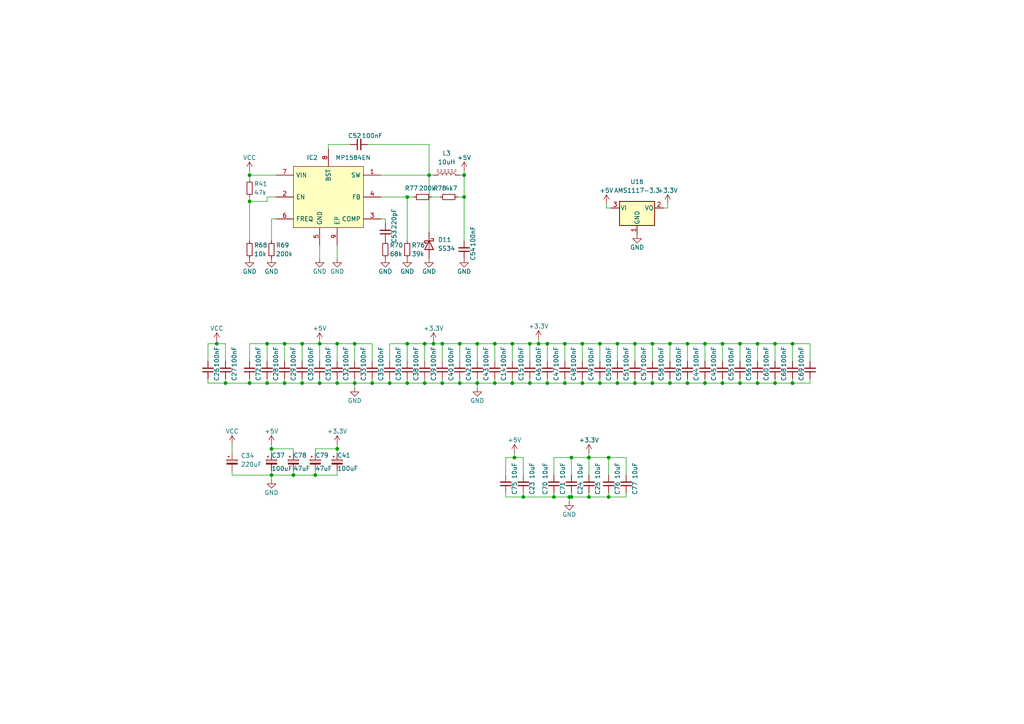
<source format=kicad_sch>
(kicad_sch (version 20211123) (generator eeschema)
  (paper "A4")
  (lib_symbols
    (symbol "Device:C_Polarized_Small" (pin_numbers hide) (pin_names (offset 0.254) hide)
      (property "Reference" "C" (at 0.254 1.778 0))
      (property "Value" "C_Polarized_Small" (at 0.254 -2.032 0))
      (symbol "C_Polarized_Small_0_1"
        (rectangle (start -1.524 -0.3048) (end 1.524 -0.6858) (fill (type outline)))
        (rectangle (start -1.524 0.6858) (end 1.524 0.3048))
        (polyline (pts (xy -1.27 1.524) (xy -0.762 1.524)))
        (polyline (pts (xy -1.016 1.27) (xy -1.016 1.778)))
      )
      (symbol "C_Polarized_Small_1_1"
        (pin passive line (at 0 2.54 270) (length 1.8542) (name "~") (number "1"))
        (pin passive line (at 0 -2.54 90) (length 1.8542) (name "~") (number "2"))
      )
    )
    (symbol "Device:C_Small" (pin_numbers hide) (pin_names (offset 0.254) hide)
      (property "Reference" "C" (at 0.254 1.778 0))
      (property "Value" "C_Small" (at 0.254 -2.032 0))
      (symbol "C_Small_0_1"
        (polyline (pts (xy -1.524 -0.508) (xy 1.524 -0.508)) (stroke (width 0.3302)))
        (polyline (pts (xy -1.524 0.508) (xy 1.524 0.508)) (stroke (width 0.3048)))
      )
      (symbol "C_Small_1_1"
        (pin passive line (at 0 2.54 270) (length 2.032) (name "~") (number "1"))
        (pin passive line (at 0 -2.54 90) (length 2.032) (name "~") (number "2"))
      )
    )
    (symbol "Device:L_Ferrite" (pin_numbers hide) (pin_names (offset 1.016) hide)
      (property "Reference" "L" (at -1.27 0 90))
      (property "Value" "L_Ferrite" (at 2.794 0 90))
      (symbol "L_Ferrite_0_1"
        (arc (start 0 -2.54) (mid 0.635 -1.905) (end 0 -1.27))
        (arc (start 0 -1.27) (mid 0.635 -0.635) (end 0 0))
        (polyline (pts (xy 1.016 -2.794) (xy 1.016 -2.286)))
        (polyline (pts (xy 1.016 -1.778) (xy 1.016 -1.27)))
        (polyline (pts (xy 1.016 -0.762) (xy 1.016 -0.254)))
        (polyline (pts (xy 1.016 0.254) (xy 1.016 0.762)))
        (polyline (pts (xy 1.016 1.27) (xy 1.016 1.778)))
        (polyline (pts (xy 1.016 2.286) (xy 1.016 2.794)))
        (polyline (pts (xy 1.524 -2.286) (xy 1.524 -2.794)))
        (polyline (pts (xy 1.524 -1.27) (xy 1.524 -1.778)))
        (polyline (pts (xy 1.524 -0.254) (xy 1.524 -0.762)))
        (polyline (pts (xy 1.524 0.762) (xy 1.524 0.254)))
        (polyline (pts (xy 1.524 1.778) (xy 1.524 1.27)))
        (polyline (pts (xy 1.524 2.794) (xy 1.524 2.286)))
        (arc (start 0 0) (mid 0.635 0.635) (end 0 1.27))
        (arc (start 0 1.27) (mid 0.635 1.905) (end 0 2.54))
      )
      (symbol "L_Ferrite_1_1"
        (pin passive line (at 0 3.81 270) (length 1.27) (name "1") (number "1"))
        (pin passive line (at 0 -3.81 90) (length 1.27) (name "2") (number "2"))
      )
    )
    (symbol "Device:R_Small" (pin_numbers hide) (pin_names (offset 0.254) hide)
      (property "Reference" "R" (at 0.762 0.508 0))
      (property "Value" "R_Small" (at 0.762 -1.016 0))
      (symbol "R_Small_0_1"
        (rectangle (start -0.762 1.778) (end 0.762 -1.778) (stroke (width 0.2032)))
      )
      (symbol "R_Small_1_1"
        (pin passive line (at 0 2.54 270) (length 0.762) (name "~") (number "1"))
        (pin passive line (at 0 -2.54 90) (length 0.762) (name "~") (number "2"))
      )
    )
    (symbol "Diode:CDBA340-HF" (pin_numbers hide) (pin_names hide)
      (property "Reference" "D" (at 0 2.54 0))
      (property "Value" "CDBA340-HF" (at 0 -2.54 0))
      (symbol "CDBA340-HF_0_1"
        (polyline (pts (xy 1.27 0) (xy -1.27 0)))
        (polyline (pts (xy 1.27 1.27) (xy 1.27 -1.27) (xy -1.27 0) (xy 1.27 1.27)) (stroke (width 0.254)))
        (polyline (pts (xy -1.905 0.635) (xy -1.905 1.27) (xy -1.27 1.27) (xy -1.27 -1.27) (xy -0.635 -1.27) (xy -0.635 -0.635)) (stroke (width 0.254)))
      )
      (symbol "CDBA340-HF_1_1"
        (pin passive line (at -3.81 0 0) (length 2.54) (name "K") (number "1"))
        (pin passive line (at 3.81 0 180) (length 2.54) (name "A") (number "2"))
      )
    )
    (symbol "MP1584EN-LF-P:MP1584EN" (pin_names (offset 0.762))
      (property "Reference" "IC" (at -5.08 11.43 0))
      (property "Value" "MP1584EN" (at 1.27 11.43 0))
      (symbol "MP1584EN_0_0"
        (pin passive line (at 15.24 6.35 180) (length 5.08) (name "SW") (number "1"))
        (pin passive line (at -15.24 0 0) (length 5.08) (name "EN") (number "2"))
        (pin passive line (at 15.24 -6.35 180) (length 5.08) (name "COMP") (number "3"))
        (pin passive line (at 15.24 0 180) (length 5.08) (name "FB") (number "4"))
        (pin passive line (at -2.54 -13.97 90) (length 5.08) (name "GND") (number "5"))
        (pin passive line (at -15.24 -6.35 0) (length 5.08) (name "FREQ") (number "6"))
        (pin passive line (at -15.24 6.35 0) (length 5.08) (name "VIN") (number "7"))
        (pin passive line (at 0 13.97 270) (length 5.08) (name "BST") (number "8"))
        (pin passive line (at 2.54 -13.97 90) (length 5.08) (name "EP") (number "9"))
      )
      (symbol "MP1584EN_0_1"
        (polyline (pts (xy -10.16 8.89) (xy 10.16 8.89) (xy 10.16 -8.89) (xy -10.16 -8.89) (xy -10.16 8.89)) (stroke (width 0.1524)) (fill (type background)))
      )
    )
    (symbol "Regulator_Linear:AMS1117-3.3" (pin_names (offset 0.254))
      (property "Reference" "U" (at -3.81 3.175 0))
      (property "Value" "AMS1117-3.3" (at 0 3.175 0))
      (symbol "AMS1117-3.3_0_1"
        (rectangle (start -5.08 -5.08) (end 5.08 1.905) (stroke (width 0.254)) (fill (type background)))
      )
      (symbol "AMS1117-3.3_1_1"
        (pin power_in line (at 0 -7.62 90) (length 2.54) (name "GND") (number "1"))
        (pin power_out line (at 7.62 0 180) (length 2.54) (name "VO") (number "2"))
        (pin power_in line (at -7.62 0 0) (length 2.54) (name "VI") (number "3"))
      )
    )
    (symbol "power:+3.3V" (power) (pin_names (offset 0))
      (property "Value" "+3.3V" (at 0 3.556 0))
      (symbol "+3.3V_0_1"
        (polyline (pts (xy -0.762 1.27) (xy 0 2.54)))
        (polyline (pts (xy 0 0) (xy 0 2.54)))
        (polyline (pts (xy 0 2.54) (xy 0.762 1.27)))
      )
      (symbol "+3.3V_1_1"
        (pin power_in line (at 0 0 90) (length 0) hide (name "+3.3V") (number "1"))
      )
    )
    (symbol "power:+5V" (power) (pin_names (offset 0))
      (property "Value" "+5V" (at 0 3.556 0))
      (symbol "+5V_0_1"
        (polyline (pts (xy -0.762 1.27) (xy 0 2.54)))
        (polyline (pts (xy 0 0) (xy 0 2.54)))
        (polyline (pts (xy 0 2.54) (xy 0.762 1.27)))
      )
      (symbol "+5V_1_1"
        (pin power_in line (at 0 0 90) (length 0) hide (name "+5V") (number "1"))
      )
    )
    (symbol "power:GND" (power) (pin_names (offset 0))
      (property "Value" "GND" (at 0 -3.81 0))
      (symbol "GND_0_1"
        (polyline (pts (xy 0 0) (xy 0 -1.27) (xy 1.27 -1.27) (xy 0 -2.54) (xy -1.27 -1.27) (xy 0 -1.27)))
      )
      (symbol "GND_1_1"
        (pin power_in line (at 0 0 270) (length 0) hide (name "GND") (number "1"))
      )
    )
    (symbol "power:VCC" (power) (pin_names (offset 0))
      (property "Value" "VCC" (at 0 3.81 0))
      (symbol "VCC_0_1"
        (polyline (pts (xy -0.762 1.27) (xy 0 2.54)))
        (polyline (pts (xy 0 0) (xy 0 2.54)))
        (polyline (pts (xy 0 2.54) (xy 0.762 1.27)))
      )
      (symbol "VCC_1_1"
        (pin power_in line (at 0 0 90) (length 0) hide (name "VCC") (number "1"))
      )
    )
  )
  (junction (at 168.91 111.125))
  (junction (at 170.815 144.145))
  (junction (at 209.55 99.695))
  (junction (at 77.47 111.125))
  (junction (at 134.62 57.15))
  (junction (at 176.53 132.715))
  (junction (at 153.67 111.125))
  (junction (at 134.62 50.8))
  (junction (at 209.55 111.125))
  (junction (at 179.07 99.695))
  (junction (at 199.39 111.125))
  (junction (at 87.63 111.125))
  (junction (at 82.55 99.695))
  (junction (at 65.405 111.125))
  (junction (at 77.47 99.695))
  (junction (at 173.99 99.695))
  (junction (at 194.31 99.695))
  (junction (at 170.815 132.715))
  (junction (at 224.79 111.125))
  (junction (at 138.43 111.125))
  (junction (at 158.75 99.695))
  (junction (at 160.655 144.145))
  (junction (at 149.225 132.715))
  (junction (at 189.23 99.695))
  (junction (at 87.63 99.695))
  (junction (at 123.19 111.125))
  (junction (at 143.51 99.695))
  (junction (at 118.11 111.125))
  (junction (at 78.74 137.795))
  (junction (at 229.87 111.125))
  (junction (at 97.79 111.125))
  (junction (at 204.47 99.695))
  (junction (at 72.39 50.8))
  (junction (at 184.15 111.125))
  (junction (at 219.71 99.695))
  (junction (at 102.87 99.695))
  (junction (at 128.27 99.695))
  (junction (at 118.11 99.695))
  (junction (at 165.735 132.715))
  (junction (at 72.39 111.125))
  (junction (at 102.87 111.125))
  (junction (at 82.55 111.125))
  (junction (at 148.59 111.125))
  (junction (at 62.865 99.695))
  (junction (at 224.79 99.695))
  (junction (at 165.735 144.145))
  (junction (at 123.19 99.695))
  (junction (at 199.39 99.695))
  (junction (at 184.15 99.695))
  (junction (at 194.31 111.125))
  (junction (at 153.67 99.695))
  (junction (at 91.44 137.795))
  (junction (at 85.09 137.795))
  (junction (at 163.83 111.125))
  (junction (at 165.1 144.145))
  (junction (at 151.765 144.145))
  (junction (at 214.63 111.125))
  (junction (at 168.91 99.695))
  (junction (at 72.39 58.42))
  (junction (at 124.46 50.8))
  (junction (at 156.21 99.695))
  (junction (at 78.74 130.175))
  (junction (at 133.35 111.125))
  (junction (at 173.99 111.125))
  (junction (at 176.53 144.145))
  (junction (at 158.75 111.125))
  (junction (at 92.71 111.125))
  (junction (at 219.71 111.125))
  (junction (at 133.35 99.695))
  (junction (at 189.23 111.125))
  (junction (at 148.59 99.695))
  (junction (at 128.27 111.125))
  (junction (at 204.47 111.125))
  (junction (at 97.79 99.695))
  (junction (at 113.03 111.125))
  (junction (at 229.87 99.695))
  (junction (at 107.95 111.125))
  (junction (at 125.73 99.695))
  (junction (at 97.79 130.175))
  (junction (at 214.63 99.695))
  (junction (at 163.83 99.695))
  (junction (at 143.51 111.125))
  (junction (at 92.71 99.695))
  (junction (at 138.43 99.695))
  (junction (at 179.07 111.125))
  (junction (at 118.11 57.15))
  (wire (pts (xy 102.87 99.695) (xy 102.87 104.775)))
  (wire (pts (xy 72.39 109.855) (xy 72.39 111.125)))
  (wire (pts (xy 92.71 99.06) (xy 92.71 99.695)))
  (wire (pts (xy 133.35 109.855) (xy 133.35 111.125)))
  (wire (pts (xy 165.735 137.795) (xy 165.735 132.715)))
  (wire (pts (xy 176.53 132.715) (xy 176.53 137.795)))
  (wire (pts (xy 193.675 59.055) (xy 193.675 60.325)))
  (wire (pts (xy 148.59 99.695) (xy 148.59 104.775)))
  (wire (pts (xy 170.815 137.795) (xy 170.815 132.715)))
  (wire (pts (xy 170.815 132.715) (xy 165.735 132.715)))
  (wire (pts (xy 118.11 99.695) (xy 123.19 99.695)))
  (wire (pts (xy 78.74 128.905) (xy 78.74 130.175)))
  (wire (pts (xy 113.03 109.855) (xy 113.03 111.125)))
  (wire (pts (xy 78.74 137.795) (xy 85.09 137.795)))
  (wire (pts (xy 204.47 111.125) (xy 209.55 111.125)))
  (wire (pts (xy 106.68 41.91) (xy 124.46 41.91)))
  (wire (pts (xy 67.31 137.795) (xy 78.74 137.795)))
  (wire (pts (xy 204.47 99.695) (xy 204.47 104.775)))
  (wire (pts (xy 234.95 104.775) (xy 234.95 99.695)))
  (wire (pts (xy 102.87 111.125) (xy 107.95 111.125)))
  (wire (pts (xy 102.87 109.855) (xy 102.87 111.125)))
  (wire (pts (xy 92.71 111.125) (xy 97.79 111.125)))
  (wire (pts (xy 146.685 144.145) (xy 146.685 142.875)))
  (wire (pts (xy 77.47 99.695) (xy 77.47 104.775)))
  (wire (pts (xy 214.63 111.125) (xy 219.71 111.125)))
  (wire (pts (xy 123.19 109.855) (xy 123.19 111.125)))
  (wire (pts (xy 158.75 99.695) (xy 163.83 99.695)))
  (wire (pts (xy 175.895 60.325) (xy 177.165 60.325)))
  (wire (pts (xy 67.31 128.905) (xy 67.31 131.445)))
  (wire (pts (xy 193.675 60.325) (xy 192.405 60.325)))
  (wire (pts (xy 65.405 99.695) (xy 65.405 104.775)))
  (wire (pts (xy 199.39 99.695) (xy 204.47 99.695)))
  (wire (pts (xy 125.73 99.695) (xy 128.27 99.695)))
  (wire (pts (xy 118.11 57.15) (xy 110.49 57.15)))
  (wire (pts (xy 173.99 99.695) (xy 173.99 104.775)))
  (wire (pts (xy 179.07 99.695) (xy 184.15 99.695)))
  (wire (pts (xy 85.09 131.445) (xy 85.09 130.175)))
  (wire (pts (xy 65.405 99.695) (xy 62.865 99.695)))
  (wire (pts (xy 209.55 99.695) (xy 214.63 99.695)))
  (wire (pts (xy 189.23 99.695) (xy 194.31 99.695)))
  (wire (pts (xy 113.03 99.695) (xy 118.11 99.695)))
  (wire (pts (xy 179.07 111.125) (xy 179.07 109.855)))
  (wire (pts (xy 107.95 109.855) (xy 107.95 111.125)))
  (wire (pts (xy 133.35 111.125) (xy 138.43 111.125)))
  (wire (pts (xy 123.19 111.125) (xy 128.27 111.125)))
  (wire (pts (xy 163.83 109.855) (xy 163.83 111.125)))
  (wire (pts (xy 151.765 142.875) (xy 151.765 144.145)))
  (wire (pts (xy 95.25 41.91) (xy 95.25 43.18)))
  (wire (pts (xy 118.11 57.15) (xy 120.015 57.15)))
  (wire (pts (xy 118.11 109.855) (xy 118.11 111.125)))
  (wire (pts (xy 168.91 111.125) (xy 168.91 109.855)))
  (wire (pts (xy 87.63 111.125) (xy 92.71 111.125)))
  (wire (pts (xy 219.71 111.125) (xy 224.79 111.125)))
  (wire (pts (xy 133.35 50.8) (xy 134.62 50.8)))
  (wire (pts (xy 78.74 136.525) (xy 78.74 137.795)))
  (wire (pts (xy 179.07 111.125) (xy 184.15 111.125)))
  (wire (pts (xy 181.61 144.145) (xy 176.53 144.145)))
  (wire (pts (xy 125.095 57.15) (xy 127.635 57.15)))
  (wire (pts (xy 189.23 111.125) (xy 194.31 111.125)))
  (wire (pts (xy 214.63 99.695) (xy 219.71 99.695)))
  (wire (pts (xy 92.71 99.695) (xy 97.79 99.695)))
  (wire (pts (xy 163.83 99.695) (xy 163.83 104.775)))
  (wire (pts (xy 82.55 111.125) (xy 87.63 111.125)))
  (wire (pts (xy 153.67 99.695) (xy 153.67 104.775)))
  (wire (pts (xy 160.655 144.145) (xy 151.765 144.145)))
  (wire (pts (xy 91.44 136.525) (xy 91.44 137.795)))
  (wire (pts (xy 72.39 50.8) (xy 72.39 52.07)))
  (wire (pts (xy 149.225 131.445) (xy 149.225 132.715)))
  (wire (pts (xy 224.79 111.125) (xy 229.87 111.125)))
  (wire (pts (xy 170.815 142.875) (xy 170.815 144.145)))
  (wire (pts (xy 97.79 99.695) (xy 102.87 99.695)))
  (wire (pts (xy 234.95 99.695) (xy 229.87 99.695)))
  (wire (pts (xy 148.59 109.855) (xy 148.59 111.125)))
  (wire (pts (xy 184.15 99.695) (xy 184.15 104.775)))
  (wire (pts (xy 219.71 99.695) (xy 219.71 104.775)))
  (wire (pts (xy 77.47 109.855) (xy 77.47 111.125)))
  (wire (pts (xy 124.46 41.91) (xy 124.46 50.8)))
  (wire (pts (xy 204.47 99.695) (xy 209.55 99.695)))
  (wire (pts (xy 78.74 69.85) (xy 78.74 63.5)))
  (wire (pts (xy 153.67 111.125) (xy 158.75 111.125)))
  (wire (pts (xy 194.31 111.125) (xy 194.31 109.855)))
  (wire (pts (xy 219.71 99.695) (xy 224.79 99.695)))
  (wire (pts (xy 184.15 111.125) (xy 184.15 109.855)))
  (wire (pts (xy 111.76 63.5) (xy 110.49 63.5)))
  (wire (pts (xy 128.27 99.695) (xy 128.27 104.775)))
  (wire (pts (xy 134.62 57.15) (xy 134.62 69.85)))
  (wire (pts (xy 124.46 50.8) (xy 110.49 50.8)))
  (wire (pts (xy 138.43 111.125) (xy 138.43 112.395)))
  (wire (pts (xy 77.47 57.15) (xy 77.47 58.42)))
  (wire (pts (xy 181.61 132.715) (xy 176.53 132.715)))
  (wire (pts (xy 168.91 99.695) (xy 168.91 104.775)))
  (wire (pts (xy 189.23 109.855) (xy 189.23 111.125)))
  (wire (pts (xy 156.21 98.425) (xy 156.21 99.695)))
  (wire (pts (xy 170.815 131.445) (xy 170.815 132.715)))
  (wire (pts (xy 199.39 99.695) (xy 199.39 104.775)))
  (wire (pts (xy 148.59 99.695) (xy 153.67 99.695)))
  (wire (pts (xy 176.53 142.875) (xy 176.53 144.145)))
  (wire (pts (xy 72.39 104.775) (xy 72.39 99.695)))
  (wire (pts (xy 62.865 99.695) (xy 60.325 99.695)))
  (wire (pts (xy 146.685 132.715) (xy 146.685 137.795)))
  (wire (pts (xy 138.43 99.695) (xy 143.51 99.695)))
  (wire (pts (xy 224.79 99.695) (xy 224.79 104.775)))
  (wire (pts (xy 123.19 99.695) (xy 125.73 99.695)))
  (wire (pts (xy 153.67 99.695) (xy 156.21 99.695)))
  (wire (pts (xy 209.55 111.125) (xy 214.63 111.125)))
  (wire (pts (xy 72.39 58.42) (xy 72.39 69.85)))
  (wire (pts (xy 97.79 111.125) (xy 102.87 111.125)))
  (wire (pts (xy 97.79 109.855) (xy 97.79 111.125)))
  (wire (pts (xy 229.87 111.125) (xy 229.87 109.855)))
  (wire (pts (xy 91.44 130.175) (xy 97.79 130.175)))
  (wire (pts (xy 97.79 74.93) (xy 97.79 71.12)))
  (wire (pts (xy 82.55 104.775) (xy 82.55 99.695)))
  (wire (pts (xy 173.99 111.125) (xy 179.07 111.125)))
  (wire (pts (xy 60.325 99.695) (xy 60.325 104.775)))
  (wire (pts (xy 92.71 109.855) (xy 92.71 111.125)))
  (wire (pts (xy 92.71 99.695) (xy 92.71 104.775)))
  (wire (pts (xy 77.47 111.125) (xy 82.55 111.125)))
  (wire (pts (xy 113.03 111.125) (xy 118.11 111.125)))
  (wire (pts (xy 173.99 109.855) (xy 173.99 111.125)))
  (wire (pts (xy 170.815 144.145) (xy 165.735 144.145)))
  (wire (pts (xy 134.62 50.8) (xy 134.62 57.15)))
  (wire (pts (xy 168.91 99.695) (xy 173.99 99.695)))
  (wire (pts (xy 151.765 144.145) (xy 146.685 144.145)))
  (wire (pts (xy 184.15 111.125) (xy 189.23 111.125)))
  (wire (pts (xy 184.15 99.695) (xy 189.23 99.695)))
  (wire (pts (xy 133.35 99.695) (xy 138.43 99.695)))
  (wire (pts (xy 194.31 111.125) (xy 199.39 111.125)))
  (wire (pts (xy 87.63 99.695) (xy 92.71 99.695)))
  (wire (pts (xy 149.225 132.715) (xy 146.685 132.715)))
  (wire (pts (xy 143.51 111.125) (xy 148.59 111.125)))
  (wire (pts (xy 60.325 111.125) (xy 65.405 111.125)))
  (wire (pts (xy 181.61 137.795) (xy 181.61 132.715)))
  (wire (pts (xy 78.74 137.795) (xy 78.74 139.065)))
  (wire (pts (xy 72.39 111.125) (xy 77.47 111.125)))
  (wire (pts (xy 219.71 111.125) (xy 219.71 109.855)))
  (wire (pts (xy 209.55 99.695) (xy 209.55 104.775)))
  (wire (pts (xy 87.63 104.775) (xy 87.63 99.695)))
  (wire (pts (xy 118.11 111.125) (xy 123.19 111.125)))
  (wire (pts (xy 204.47 109.855) (xy 204.47 111.125)))
  (wire (pts (xy 234.95 109.855) (xy 234.95 111.125)))
  (wire (pts (xy 85.09 130.175) (xy 78.74 130.175)))
  (wire (pts (xy 128.27 109.855) (xy 128.27 111.125)))
  (wire (pts (xy 148.59 111.125) (xy 153.67 111.125)))
  (wire (pts (xy 158.75 111.125) (xy 163.83 111.125)))
  (wire (pts (xy 176.53 132.715) (xy 170.815 132.715)))
  (wire (pts (xy 234.95 111.125) (xy 229.87 111.125)))
  (wire (pts (xy 138.43 111.125) (xy 138.43 109.855)))
  (wire (pts (xy 97.79 137.795) (xy 97.79 136.525)))
  (wire (pts (xy 102.87 111.125) (xy 102.87 112.395)))
  (wire (pts (xy 179.07 99.695) (xy 179.07 104.775)))
  (wire (pts (xy 125.73 99.06) (xy 125.73 99.695)))
  (wire (pts (xy 92.71 74.93) (xy 92.71 71.12)))
  (wire (pts (xy 77.47 99.695) (xy 82.55 99.695)))
  (wire (pts (xy 72.39 99.695) (xy 77.47 99.695)))
  (wire (pts (xy 62.865 99.06) (xy 62.865 99.695)))
  (wire (pts (xy 128.27 99.695) (xy 133.35 99.695)))
  (wire (pts (xy 209.55 111.125) (xy 209.55 109.855)))
  (wire (pts (xy 82.55 109.855) (xy 82.55 111.125)))
  (wire (pts (xy 189.23 99.695) (xy 189.23 104.775)))
  (wire (pts (xy 134.62 49.53) (xy 134.62 50.8)))
  (wire (pts (xy 199.39 111.125) (xy 204.47 111.125)))
  (wire (pts (xy 118.11 69.85) (xy 118.11 57.15)))
  (wire (pts (xy 181.61 142.875) (xy 181.61 144.145)))
  (wire (pts (xy 165.735 144.145) (xy 165.1 144.145)))
  (wire (pts (xy 153.67 109.855) (xy 153.67 111.125)))
  (wire (pts (xy 97.79 99.695) (xy 97.79 104.775)))
  (wire (pts (xy 102.87 99.695) (xy 107.95 99.695)))
  (wire (pts (xy 78.74 63.5) (xy 80.01 63.5)))
  (wire (pts (xy 60.325 109.855) (xy 60.325 111.125)))
  (wire (pts (xy 143.51 99.695) (xy 148.59 99.695)))
  (wire (pts (xy 65.405 111.125) (xy 72.39 111.125)))
  (wire (pts (xy 85.09 136.525) (xy 85.09 137.795)))
  (wire (pts (xy 72.39 49.53) (xy 72.39 50.8)))
  (wire (pts (xy 160.655 142.875) (xy 160.655 144.145)))
  (wire (pts (xy 229.87 99.695) (xy 229.87 104.775)))
  (wire (pts (xy 163.83 111.125) (xy 168.91 111.125)))
  (wire (pts (xy 80.01 57.15) (xy 77.47 57.15)))
  (wire (pts (xy 143.51 104.775) (xy 143.51 99.695)))
  (wire (pts (xy 176.53 144.145) (xy 170.815 144.145)))
  (wire (pts (xy 118.11 99.695) (xy 118.11 104.775)))
  (wire (pts (xy 158.75 99.695) (xy 158.75 104.775)))
  (wire (pts (xy 156.21 99.695) (xy 158.75 99.695)))
  (wire (pts (xy 165.735 142.875) (xy 165.735 144.145)))
  (wire (pts (xy 224.79 109.855) (xy 224.79 111.125)))
  (wire (pts (xy 80.01 50.8) (xy 72.39 50.8)))
  (wire (pts (xy 199.39 111.125) (xy 199.39 109.855)))
  (wire (pts (xy 175.895 59.055) (xy 175.895 60.325)))
  (wire (pts (xy 124.46 50.8) (xy 125.73 50.8)))
  (wire (pts (xy 101.6 41.91) (xy 95.25 41.91)))
  (wire (pts (xy 165.1 144.145) (xy 160.655 144.145)))
  (wire (pts (xy 160.655 137.795) (xy 160.655 132.715)))
  (wire (pts (xy 91.44 137.795) (xy 97.79 137.795)))
  (wire (pts (xy 173.99 99.695) (xy 179.07 99.695)))
  (wire (pts (xy 78.74 130.175) (xy 78.74 131.445)))
  (wire (pts (xy 111.76 64.77) (xy 111.76 63.5)))
  (wire (pts (xy 165.1 144.145) (xy 165.1 145.415)))
  (wire (pts (xy 143.51 109.855) (xy 143.51 111.125)))
  (wire (pts (xy 158.75 109.855) (xy 158.75 111.125)))
  (wire (pts (xy 224.79 99.695) (xy 229.87 99.695)))
  (wire (pts (xy 65.405 109.855) (xy 65.405 111.125)))
  (wire (pts (xy 113.03 104.775) (xy 113.03 99.695)))
  (wire (pts (xy 138.43 99.695) (xy 138.43 104.775)))
  (wire (pts (xy 194.31 99.695) (xy 194.31 104.775)))
  (wire (pts (xy 151.765 137.795) (xy 151.765 132.715)))
  (wire (pts (xy 194.31 99.695) (xy 199.39 99.695)))
  (wire (pts (xy 133.35 99.695) (xy 133.35 104.775)))
  (wire (pts (xy 72.39 58.42) (xy 72.39 57.15)))
  (wire (pts (xy 128.27 111.125) (xy 133.35 111.125)))
  (wire (pts (xy 97.79 128.905) (xy 97.79 130.175)))
  (wire (pts (xy 67.31 136.525) (xy 67.31 137.795)))
  (wire (pts (xy 124.46 50.8) (xy 124.46 67.31)))
  (wire (pts (xy 85.09 137.795) (xy 91.44 137.795)))
  (wire (pts (xy 214.63 99.695) (xy 214.63 104.775)))
  (wire (pts (xy 165.735 132.715) (xy 160.655 132.715)))
  (wire (pts (xy 97.79 130.175) (xy 97.79 131.445)))
  (wire (pts (xy 151.765 132.715) (xy 149.225 132.715)))
  (wire (pts (xy 107.95 99.695) (xy 107.95 104.775)))
  (wire (pts (xy 132.715 57.15) (xy 134.62 57.15)))
  (wire (pts (xy 214.63 109.855) (xy 214.63 111.125)))
  (wire (pts (xy 82.55 99.695) (xy 87.63 99.695)))
  (wire (pts (xy 123.19 99.695) (xy 123.19 104.775)))
  (wire (pts (xy 163.83 99.695) (xy 168.91 99.695)))
  (wire (pts (xy 77.47 58.42) (xy 72.39 58.42)))
  (wire (pts (xy 87.63 109.855) (xy 87.63 111.125)))
  (wire (pts (xy 107.95 111.125) (xy 113.03 111.125)))
  (wire (pts (xy 91.44 131.445) (xy 91.44 130.175)))
  (wire (pts (xy 138.43 111.125) (xy 143.51 111.125)))
  (wire (pts (xy 168.91 111.125) (xy 173.99 111.125)))
  (symbol (lib_id "Device:C_Small") (at 184.15 107.315 0) (mirror x) (unit 1)
    (property "Reference" "C57" (at 186.69 108.585 90))
    (property "Value" "100nF" (at 186.69 103.505 90))
    (property "Footprint" "Capacitor_SMD:C_0603_1608Metric" (effects hide))
  )
  (symbol (lib_id "Device:C_Small") (at 113.03 107.315 0) (mirror x) (unit 1)
    (property "Reference" "C36" (at 115.57 108.585 90))
    (property "Value" "100nF" (at 115.57 103.505 90))
    (property "Footprint" "Capacitor_SMD:C_0603_1608Metric" (effects hide))
  )
  (symbol (lib_id "Device:R_Small") (at 72.39 54.61 0) (unit 1)
    (property "Reference" "R41" (at 73.66 53.34 0) (effects (justify left)))
    (property "Value" "47k" (at 73.66 55.88 0) (effects (justify left)))
    (property "Footprint" "Resistor_SMD:R_0603_1608Metric" (effects hide))
  )
  (symbol (lib_id "Diode:CDBA340-HF") (at 124.46 71.12 270) (unit 1)
    (property "Reference" "D11" (at 127 69.5324 90) (effects (justify left)))
    (property "Value" "SS34" (at 127 72.0724 90) (effects (justify left)))
    (property "Footprint" "Diode_SMD:D_SMA" (effects hide))
    (property "Datasheet" "https://www.comchiptech.com/admin/files/product/CDBA340-HF%20Thru193640.%20CDBA3100-HF%20RevB.pdf" (effects hide))
  )
  (symbol (lib_id "Device:C_Small") (at 229.87 107.315 0) (mirror x) (unit 1)
    (property "Reference" "C69" (at 232.41 108.585 90))
    (property "Value" "100nF" (at 232.41 103.505 90))
    (property "Footprint" "Capacitor_SMD:C_0603_1608Metric" (effects hide))
  )
  (symbol (lib_id "Device:C_Small") (at 102.87 107.315 0) (mirror x) (unit 1)
    (property "Reference" "C33" (at 105.41 108.585 90))
    (property "Value" "100nF" (at 105.41 103.505 90))
    (property "Footprint" "Capacitor_SMD:C_0603_1608Metric" (effects hide))
  )
  (symbol (lib_id "Regulator_Linear:AMS1117-3.3") (at 184.785 60.325 0) (unit 1)
    (property "Reference" "U16" (at 184.785 52.705 0))
    (property "Value" "AMS1117-3.3" (at 184.785 55.245 0))
    (property "Footprint" "Package_TO_SOT_SMD:SOT-223-3_TabPin2" (effects hide))
    (property "Datasheet" "http://www.advanced-monolithic.com/pdf/ds1117.pdf" (effects hide))
  )
  (symbol (lib_id "Device:C_Small") (at 173.99 107.315 0) (mirror x) (unit 1)
    (property "Reference" "C50" (at 176.53 108.585 90))
    (property "Value" "100nF" (at 176.53 103.505 90))
    (property "Footprint" "Capacitor_SMD:C_0603_1608Metric" (effects hide))
  )
  (symbol (lib_id "Device:C_Small") (at 82.55 107.315 0) (mirror x) (unit 1)
    (property "Reference" "C29" (at 85.09 108.585 90))
    (property "Value" "100nF" (at 85.09 103.505 90))
    (property "Footprint" "Capacitor_SMD:C_0603_1608Metric" (effects hide))
  )
  (symbol (lib_id "power:+5V") (at 78.74 128.905 0) (unit 1)
    (property "Reference" "#PWR0118" (effects hide))
    (property "Value" "+5V" (at 78.74 125.095 0))
  )
  (symbol (lib_id "Device:C_Small") (at 97.79 107.315 0) (mirror x) (unit 1)
    (property "Reference" "C32" (at 100.33 108.585 90))
    (property "Value" "100nF" (at 100.33 103.505 90))
    (property "Footprint" "Capacitor_SMD:C_0603_1608Metric" (effects hide))
  )
  (symbol (lib_id "Device:R_Small") (at 130.175 57.15 90) (unit 1)
    (property "Reference" "R78" (at 129.54 54.61 90) (effects (justify left)))
    (property "Value" "4k7" (at 132.715 54.61 90) (effects (justify left)))
    (property "Footprint" "Resistor_SMD:R_0603_1608Metric" (effects hide))
  )
  (symbol (lib_id "Device:C_Small") (at 189.23 107.315 0) (mirror x) (unit 1)
    (property "Reference" "C58" (at 191.77 108.585 90))
    (property "Value" "100nF" (at 191.77 103.505 90))
    (property "Footprint" "Capacitor_SMD:C_0603_1608Metric" (effects hide))
  )
  (symbol (lib_id "Device:C_Small") (at 219.71 107.315 0) (mirror x) (unit 1)
    (property "Reference" "C60" (at 222.25 108.585 90))
    (property "Value" "100nF" (at 222.25 103.505 90))
    (property "Footprint" "Capacitor_SMD:C_0603_1608Metric" (effects hide))
  )
  (symbol (lib_id "Device:R_Small") (at 122.555 57.15 90) (unit 1)
    (property "Reference" "R77" (at 121.285 54.61 90) (effects (justify left)))
    (property "Value" "200k" (at 126.365 54.61 90) (effects (justify left)))
    (property "Footprint" "Resistor_SMD:R_0603_1608Metric" (effects hide))
  )
  (symbol (lib_id "Device:C_Small") (at 199.39 107.315 0) (mirror x) (unit 1)
    (property "Reference" "C44" (at 201.93 108.585 90))
    (property "Value" "100nF" (at 201.93 103.505 90))
    (property "Footprint" "Capacitor_SMD:C_0603_1608Metric" (effects hide))
  )
  (symbol (lib_id "Device:R_Small") (at 118.11 72.39 0) (unit 1)
    (property "Reference" "R76" (at 119.38 71.12 0) (effects (justify left)))
    (property "Value" "39k" (at 119.38 73.66 0) (effects (justify left)))
    (property "Footprint" "Resistor_SMD:R_0603_1608Metric" (effects hide))
  )
  (symbol (lib_id "Device:C_Small") (at 118.11 107.315 0) (mirror x) (unit 1)
    (property "Reference" "C38" (at 120.65 108.585 90))
    (property "Value" "100nF" (at 120.65 103.505 90))
    (property "Footprint" "Capacitor_SMD:C_0603_1608Metric" (effects hide))
  )
  (symbol (lib_id "Device:C_Small") (at 194.31 107.315 0) (mirror x) (unit 1)
    (property "Reference" "C59" (at 196.85 108.585 90))
    (property "Value" "100nF" (at 196.85 103.505 90))
    (property "Footprint" "Capacitor_SMD:C_0603_1608Metric" (effects hide))
  )
  (symbol (lib_id "Device:C_Small") (at 123.19 107.315 0) (mirror x) (unit 1)
    (property "Reference" "C39" (at 125.73 108.585 90))
    (property "Value" "100nF" (at 125.73 103.505 90))
    (property "Footprint" "Capacitor_SMD:C_0603_1608Metric" (effects hide))
  )
  (symbol (lib_id "Device:C_Polarized_Small") (at 97.79 133.985 0) (unit 1)
    (property "Reference" "C41" (at 97.79 132.08 0) (effects (justify left)))
    (property "Value" "100uF" (at 97.79 135.89 0) (effects (justify left)))
    (property "Footprint" "Capacitor_SMD:CP_Elec_6.3x5.4" (effects hide))
  )
  (symbol (lib_id "Device:R_Small") (at 72.39 72.39 0) (unit 1)
    (property "Reference" "R68" (at 73.66 71.12 0) (effects (justify left)))
    (property "Value" "10k" (at 73.66 73.66 0) (effects (justify left)))
    (property "Footprint" "Resistor_SMD:R_0603_1608Metric" (effects hide))
  )
  (symbol (lib_id "power:GND") (at 92.71 74.93 0) (unit 1)
    (property "Reference" "#PWR0111" (effects hide))
    (property "Value" "GND" (at 92.71 78.74 0))
  )
  (symbol (lib_id "power:+5V") (at 149.225 131.445 0) (unit 1)
    (property "Reference" "#PWR048" (effects hide))
    (property "Value" "+5V" (at 149.225 127.635 0))
  )
  (symbol (lib_id "power:+3.3V") (at 97.79 128.905 0) (unit 1)
    (property "Reference" "#PWR0121" (effects hide))
    (property "Value" "+3.3V" (at 97.79 125.095 0))
  )
  (symbol (lib_id "power:VCC") (at 67.31 128.905 0) (unit 1)
    (property "Reference" "#PWR0117" (effects hide))
    (property "Value" "VCC" (at 67.31 125.095 0))
  )
  (symbol (lib_id "Device:C_Small") (at 165.735 140.335 0) (mirror x) (unit 1)
    (property "Reference" "C24" (at 168.275 141.605 90))
    (property "Value" "10uF" (at 168.275 136.525 90))
    (property "Footprint" "Capacitor_SMD:C_1206_3216Metric" (effects hide))
  )
  (symbol (lib_id "Device:C_Small") (at 65.405 107.315 0) (mirror x) (unit 1)
    (property "Reference" "C27" (at 67.945 108.585 90))
    (property "Value" "100nF" (at 67.945 103.505 90))
    (property "Footprint" "Capacitor_SMD:C_0603_1608Metric" (effects hide))
  )
  (symbol (lib_id "power:+3.3V") (at 156.21 98.425 0) (unit 1)
    (property "Reference" "#PWR071" (effects hide))
    (property "Value" "+3.3V" (at 156.21 94.615 0))
  )
  (symbol (lib_id "Device:C_Small") (at 146.685 140.335 0) (mirror x) (unit 1)
    (property "Reference" "C75" (at 149.225 141.605 90))
    (property "Value" "10uF" (at 149.225 136.525 90))
    (property "Footprint" "Capacitor_SMD:C_1206_3216Metric" (effects hide))
  )
  (symbol (lib_id "Device:C_Small") (at 168.91 107.315 0) (mirror x) (unit 1)
    (property "Reference" "C49" (at 171.45 108.585 90))
    (property "Value" "100nF" (at 171.45 103.505 90))
    (property "Footprint" "Capacitor_SMD:C_0603_1608Metric" (effects hide))
  )
  (symbol (lib_id "power:GND") (at 111.76 74.93 0) (unit 1)
    (property "Reference" "#PWR0114" (effects hide))
    (property "Value" "GND" (at 111.76 78.74 0))
  )
  (symbol (lib_id "power:+5V") (at 92.71 99.06 0) (unit 1)
    (property "Reference" "#PWR0115" (effects hide))
    (property "Value" "+5V" (at 92.71 95.25 0))
  )
  (symbol (lib_id "Device:C_Small") (at 179.07 107.315 0) (mirror x) (unit 1)
    (property "Reference" "C51" (at 181.61 108.585 90))
    (property "Value" "100nF" (at 181.61 103.505 90))
    (property "Footprint" "Capacitor_SMD:C_0603_1608Metric" (effects hide))
  )
  (symbol (lib_id "Device:C_Small") (at 72.39 107.315 0) (mirror x) (unit 1)
    (property "Reference" "C72" (at 74.93 108.585 90))
    (property "Value" "100nF" (at 74.93 103.505 90))
    (property "Footprint" "Capacitor_SMD:C_0603_1608Metric" (effects hide))
  )
  (symbol (lib_id "Device:L_Ferrite") (at 129.54 50.8 90) (unit 1)
    (property "Reference" "L3" (at 129.54 44.45 90))
    (property "Value" "10uH" (at 129.54 46.99 90))
    (property "Footprint" "Inductor_SMD:L_Abracon_ASPI-0630LR" (effects hide))
  )
  (symbol (lib_id "Device:C_Polarized_Small") (at 91.44 133.985 0) (unit 1)
    (property "Reference" "C79" (at 91.44 132.08 0) (effects (justify left)))
    (property "Value" "47uF" (at 91.44 135.89 0) (effects (justify left)))
    (property "Footprint" "Capacitor_SMD:CP_Elec_5x5.4" (effects hide))
  )
  (symbol (lib_id "Device:C_Small") (at 143.51 107.315 0) (mirror x) (unit 1)
    (property "Reference" "C14" (at 146.05 108.585 90))
    (property "Value" "100nF" (at 146.05 103.505 90))
    (property "Footprint" "Capacitor_SMD:C_0603_1608Metric" (effects hide))
  )
  (symbol (lib_id "Device:C_Small") (at 153.67 107.315 0) (mirror x) (unit 1)
    (property "Reference" "C46" (at 156.21 108.585 90))
    (property "Value" "100nF" (at 156.21 103.505 90))
    (property "Footprint" "Capacitor_SMD:C_0603_1608Metric" (effects hide))
  )
  (symbol (lib_id "Device:C_Small") (at 104.14 41.91 90) (unit 1)
    (property "Reference" "C52" (at 102.87 39.37 90))
    (property "Value" "100nF" (at 107.95 39.37 90))
    (property "Footprint" "Capacitor_SMD:C_0603_1608Metric" (effects hide))
  )
  (symbol (lib_id "Device:C_Polarized_Small") (at 67.31 133.985 0) (unit 1)
    (property "Reference" "C34" (at 69.85 132.1688 0) (effects (justify left)))
    (property "Value" "220uF" (at 69.85 134.7088 0) (effects (justify left)))
    (property "Footprint" "Capacitor_SMD:CP_Elec_8x10.5" (effects hide))
  )
  (symbol (lib_id "Device:C_Small") (at 170.815 140.335 0) (mirror x) (unit 1)
    (property "Reference" "C25" (at 173.355 141.605 90))
    (property "Value" "10uF" (at 173.355 136.525 90))
    (property "Footprint" "Capacitor_SMD:C_1206_3216Metric" (effects hide))
  )
  (symbol (lib_id "Device:C_Small") (at 176.53 140.335 0) (mirror x) (unit 1)
    (property "Reference" "C76" (at 179.07 141.605 90))
    (property "Value" "10uF" (at 179.07 136.525 90))
    (property "Footprint" "Capacitor_SMD:C_1206_3216Metric" (effects hide))
  )
  (symbol (lib_id "power:GND") (at 72.39 74.93 0) (unit 1)
    (property "Reference" "#PWR074" (effects hide))
    (property "Value" "GND" (at 72.39 78.74 0))
  )
  (symbol (lib_id "power:GND") (at 78.74 139.065 0) (unit 1)
    (property "Reference" "#PWR0119" (effects hide))
    (property "Value" "GND" (at 78.74 142.875 0))
  )
  (symbol (lib_id "power:VCC") (at 62.865 99.06 0) (unit 1)
    (property "Reference" "#PWR0112" (effects hide))
    (property "Value" "VCC" (at 62.865 95.25 0))
  )
  (symbol (lib_id "Device:C_Small") (at 60.325 107.315 0) (mirror x) (unit 1)
    (property "Reference" "C26" (at 62.865 108.585 90))
    (property "Value" "100nF" (at 62.865 103.505 90))
    (property "Footprint" "Capacitor_SMD:C_0603_1608Metric" (effects hide))
  )
  (symbol (lib_id "Device:C_Small") (at 214.63 107.315 0) (mirror x) (unit 1)
    (property "Reference" "C56" (at 217.17 108.585 90))
    (property "Value" "100nF" (at 217.17 103.505 90))
    (property "Footprint" "Capacitor_SMD:C_0603_1608Metric" (effects hide))
  )
  (symbol (lib_id "Device:C_Small") (at 160.655 140.335 0) (mirror x) (unit 1)
    (property "Reference" "C71" (at 163.195 141.605 90))
    (property "Value" "10uF" (at 163.195 136.525 90))
    (property "Footprint" "Capacitor_SMD:C_1206_3216Metric" (effects hide))
  )
  (symbol (lib_id "power:GND") (at 165.1 145.415 0) (unit 1)
    (property "Reference" "#PWR077" (effects hide))
    (property "Value" "GND" (at 165.1 149.225 0))
  )
  (symbol (lib_id "Device:C_Small") (at 138.43 107.315 0) (mirror x) (unit 1)
    (property "Reference" "C43" (at 140.97 108.585 90))
    (property "Value" "100nF" (at 140.97 103.505 90))
    (property "Footprint" "Capacitor_SMD:C_0603_1608Metric" (effects hide))
  )
  (symbol (lib_id "Device:C_Polarized_Small") (at 78.74 133.985 0) (unit 1)
    (property "Reference" "C37" (at 78.74 132.08 0) (effects (justify left)))
    (property "Value" "100uF" (at 78.74 135.89 0) (effects (justify left)))
    (property "Footprint" "Capacitor_SMD:CP_Elec_6.3x5.4" (effects hide))
  )
  (symbol (lib_id "Device:C_Small") (at 204.47 107.315 0) (mirror x) (unit 1)
    (property "Reference" "C45" (at 207.01 108.585 90))
    (property "Value" "100nF" (at 207.01 103.505 90))
    (property "Footprint" "Capacitor_SMD:C_0603_1608Metric" (effects hide))
  )
  (symbol (lib_id "Device:C_Small") (at 163.83 107.315 0) (mirror x) (unit 1)
    (property "Reference" "C48" (at 166.37 108.585 90))
    (property "Value" "100nF" (at 166.37 103.505 90))
    (property "Footprint" "Capacitor_SMD:C_0603_1608Metric" (effects hide))
  )
  (symbol (lib_id "Device:C_Small") (at 128.27 107.315 0) (mirror x) (unit 1)
    (property "Reference" "C40" (at 130.81 108.585 90))
    (property "Value" "100nF" (at 130.81 103.505 90))
    (property "Footprint" "Capacitor_SMD:C_0603_1608Metric" (effects hide))
  )
  (symbol (lib_id "Device:C_Small") (at 151.765 140.335 0) (mirror x) (unit 1)
    (property "Reference" "C23" (at 154.305 141.605 90))
    (property "Value" "10uF" (at 154.305 136.525 90))
    (property "Footprint" "Capacitor_SMD:C_1206_3216Metric" (effects hide))
  )
  (symbol (lib_id "power:GND") (at 124.46 74.93 0) (unit 1)
    (property "Reference" "#PWR0128" (effects hide))
    (property "Value" "GND" (at 124.46 78.74 0))
  )
  (symbol (lib_id "Device:C_Small") (at 133.35 107.315 0) (mirror x) (unit 1)
    (property "Reference" "C42" (at 135.89 108.585 90))
    (property "Value" "100nF" (at 135.89 103.505 90))
    (property "Footprint" "Capacitor_SMD:C_0603_1608Metric" (effects hide))
  )
  (symbol (lib_id "Device:C_Small") (at 77.47 107.315 0) (mirror x) (unit 1)
    (property "Reference" "C28" (at 80.01 108.585 90))
    (property "Value" "100nF" (at 80.01 103.505 90))
    (property "Footprint" "Capacitor_SMD:C_0603_1608Metric" (effects hide))
  )
  (symbol (lib_id "power:+3.3V") (at 170.815 131.445 0) (unit 1)
    (property "Reference" "#PWR080" (effects hide))
    (property "Value" "+3.3V" (at 170.815 127.635 0))
  )
  (symbol (lib_id "power:VCC") (at 72.39 49.53 0) (unit 1)
    (property "Reference" "#PWR073" (effects hide))
    (property "Value" "VCC" (at 72.39 45.72 0))
  )
  (symbol (lib_id "Device:R_Small") (at 111.76 72.39 0) (unit 1)
    (property "Reference" "R70" (at 113.03 71.12 0) (effects (justify left)))
    (property "Value" "68k" (at 113.03 73.66 0) (effects (justify left)))
    (property "Footprint" "Resistor_SMD:R_0603_1608Metric" (effects hide))
  )
  (symbol (lib_id "power:GND") (at 118.11 74.93 0) (unit 1)
    (property "Reference" "#PWR0127" (effects hide))
    (property "Value" "GND" (at 118.11 78.74 0))
  )
  (symbol (lib_id "Device:C_Small") (at 92.71 107.315 0) (mirror x) (unit 1)
    (property "Reference" "C31" (at 95.25 108.585 90))
    (property "Value" "100nF" (at 95.25 103.505 90))
    (property "Footprint" "Capacitor_SMD:C_0603_1608Metric" (effects hide))
  )
  (symbol (lib_id "power:GND") (at 78.74 74.93 0) (unit 1)
    (property "Reference" "#PWR0101" (effects hide))
    (property "Value" "GND" (at 78.74 78.74 0))
  )
  (symbol (lib_id "power:+5V") (at 175.895 59.055 0) (unit 1)
    (property "Reference" "#PWR0102" (effects hide))
    (property "Value" "+5V" (at 175.895 55.245 0))
  )
  (symbol (lib_id "Device:C_Small") (at 224.79 107.315 0) (mirror x) (unit 1)
    (property "Reference" "C68" (at 227.33 108.585 90))
    (property "Value" "100nF" (at 227.33 103.505 90))
    (property "Footprint" "Capacitor_SMD:C_0603_1608Metric" (effects hide))
  )
  (symbol (lib_id "power:GND") (at 97.79 74.93 0) (unit 1)
    (property "Reference" "#PWR0113" (effects hide))
    (property "Value" "GND" (at 97.79 78.74 0))
  )
  (symbol (lib_id "Device:C_Small") (at 87.63 107.315 0) (mirror x) (unit 1)
    (property "Reference" "C30" (at 90.17 108.585 90))
    (property "Value" "100nF" (at 90.17 103.505 90))
    (property "Footprint" "Capacitor_SMD:C_0603_1608Metric" (effects hide))
  )
  (symbol (lib_id "Device:C_Small") (at 107.95 107.315 0) (mirror x) (unit 1)
    (property "Reference" "C35" (at 110.49 108.585 90))
    (property "Value" "100nF" (at 110.49 103.505 90))
    (property "Footprint" "Capacitor_SMD:C_0603_1608Metric" (effects hide))
  )
  (symbol (lib_id "Device:C_Small") (at 181.61 140.335 0) (mirror x) (unit 1)
    (property "Reference" "C77" (at 184.15 141.605 90))
    (property "Value" "10uF" (at 184.15 136.525 90))
    (property "Footprint" "Capacitor_SMD:C_1206_3216Metric" (effects hide))
  )
  (symbol (lib_id "Device:C_Small") (at 234.95 107.315 0) (mirror x) (unit 1)
    (property "Reference" "C70" (at 158.115 141.605 90))
    (property "Value" "10uF" (at 158.115 136.525 90))
    (property "Footprint" "Capacitor_SMD:C_1206_3216Metric" (effects hide))
  )
  (symbol (lib_id "MP1584EN-LF-P:MP1584EN") (at 95.25 57.15 0) (unit 1)
    (property "Reference" "IC2" (at 88.9 45.72 0) (effects (justify left)))
    (property "Value" "MP1584EN" (at 97.2694 45.72 0) (effects (justify left)))
    (property "Footprint" "Package_SO:SOIC-8-1EP_3.9x4.9mm_P1.27mm_EP2.514x3.2mm_ThermalVias" (effects hide))
    (property "Datasheet" " " (effects hide))
    (property "Description" " " (effects hide))
    (property "Height" " " (effects hide))
    (property "Manufacturer_Name" " " (effects hide))
    (property "Manufacturer_Part_Number" " " (effects hide))
    (property "Mouser Part Number" " " (effects hide))
    (property "Mouser Price/Stock" " " (effects hide))
  )
  (symbol (lib_id "power:GND") (at 184.785 67.945 0) (unit 1)
    (property "Reference" "#PWR0104" (effects hide))
    (property "Value" "GND" (at 184.785 71.755 0))
  )
  (symbol (lib_id "power:GND") (at 138.43 112.395 0) (unit 1)
    (property "Reference" "#PWR043" (effects hide))
    (property "Value" "GND" (at 138.43 116.205 0))
  )
  (symbol (lib_id "power:+3.3V") (at 193.675 59.055 0) (unit 1)
    (property "Reference" "#PWR0103" (effects hide))
    (property "Value" "+3.3V" (at 193.675 55.245 0))
  )
  (symbol (lib_id "Device:C_Small") (at 148.59 107.315 0) (mirror x) (unit 1)
    (property "Reference" "C15" (at 151.13 108.585 90))
    (property "Value" "100nF" (at 151.13 103.505 90))
    (property "Footprint" "Capacitor_SMD:C_0603_1608Metric" (effects hide))
  )
  (symbol (lib_id "power:+5V") (at 134.62 49.53 0) (unit 1)
    (property "Reference" "#PWR0133" (effects hide))
    (property "Value" "+5V" (at 134.62 45.72 0))
  )
  (symbol (lib_id "power:+3.3V") (at 125.73 99.06 0) (unit 1)
    (property "Reference" "#PWR0120" (effects hide))
    (property "Value" "+3.3V" (at 125.73 95.25 0))
  )
  (symbol (lib_id "Device:C_Small") (at 111.76 67.31 0) (mirror x) (unit 1)
    (property "Reference" "C53" (at 114.3 68.58 90))
    (property "Value" "220pF" (at 114.3 63.5 90))
    (property "Footprint" "Capacitor_SMD:C_0603_1608Metric" (effects hide))
  )
  (symbol (lib_id "Device:C_Small") (at 134.62 72.39 0) (mirror x) (unit 1)
    (property "Reference" "C54" (at 137.16 73.66 90))
    (property "Value" "100nF" (at 137.16 68.58 90))
    (property "Footprint" "Capacitor_SMD:C_0603_1608Metric" (effects hide))
  )
  (symbol (lib_id "Device:C_Small") (at 158.75 107.315 0) (mirror x) (unit 1)
    (property "Reference" "C47" (at 161.29 108.585 90))
    (property "Value" "100nF" (at 161.29 103.505 90))
    (property "Footprint" "Capacitor_SMD:C_0603_1608Metric" (effects hide))
  )
  (symbol (lib_id "power:GND") (at 102.87 112.395 0) (unit 1)
    (property "Reference" "#PWR0116" (effects hide))
    (property "Value" "GND" (at 102.87 116.205 0))
  )
  (symbol (lib_id "power:GND") (at 134.62 74.93 0) (unit 1)
    (property "Reference" "#PWR0152" (effects hide))
    (property "Value" "GND" (at 134.62 78.74 0))
  )
  (symbol (lib_id "Device:R_Small") (at 78.74 72.39 0) (unit 1)
    (property "Reference" "R69" (at 80.01 71.12 0) (effects (justify left)))
    (property "Value" "200k" (at 80.01 73.66 0) (effects (justify left)))
    (property "Footprint" "Resistor_SMD:R_0603_1608Metric" (effects hide))
  )
  (symbol (lib_id "Device:C_Polarized_Small") (at 85.09 133.985 0) (unit 1)
    (property "Reference" "C78" (at 85.09 132.08 0) (effects (justify left)))
    (property "Value" "47uF" (at 85.09 135.89 0) (effects (justify left)))
    (property "Footprint" "Capacitor_SMD:CP_Elec_5x5.4" (effects hide))
  )
  (symbol (lib_id "Device:C_Small") (at 209.55 107.315 0) (mirror x) (unit 1)
    (property "Reference" "C55" (at 212.09 108.585 90))
    (property "Value" "100nF" (at 212.09 103.505 90))
    (property "Footprint" "Capacitor_SMD:C_0603_1608Metric" (effects hide))
  )
)
</source>
